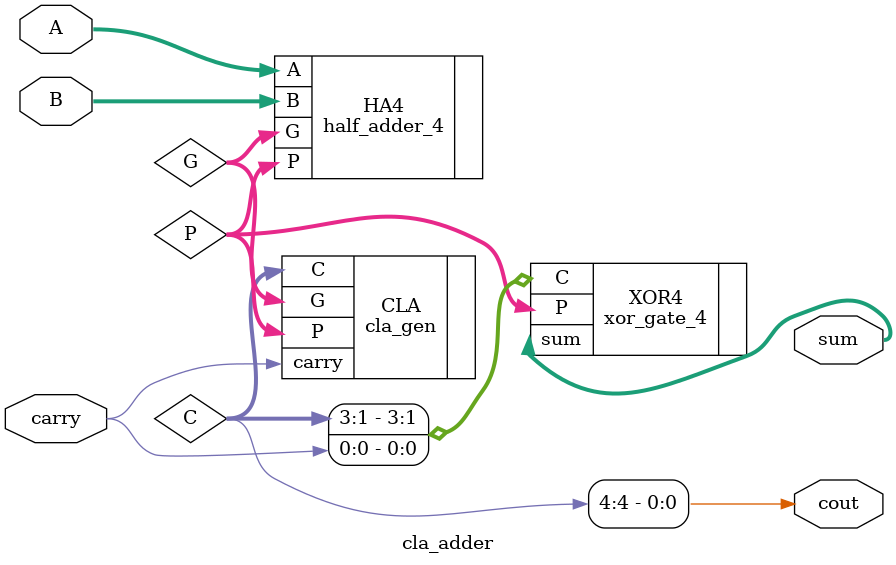
<source format=v>
`timescale 1ns / 1ps

module cla_adder(
	input wire [3:0] 	A,
	input wire [3:0] 	B,
	input wire 		 	carry,
	output wire [3:0] 	sum,
	output wire 		cout
    );

wire [3:0] P;
wire [3:0] G;
wire [4:0] C;


half_adder_4 HA4(
    .A 		(A),
    .B 		(B),
    .P 		(P),
    .G 		(G)
    );

cla_gen CLA(
    .P 		(P),
    .G 		(G),
    .carry 	(carry),
    .C 		(C)
    );

xor_gate_4 XOR4(
    .P		(P),
    .C 		({C[3:1], carry}),
    .sum 	(sum)
    );
    
assign cout = C[4];

endmodule

</source>
